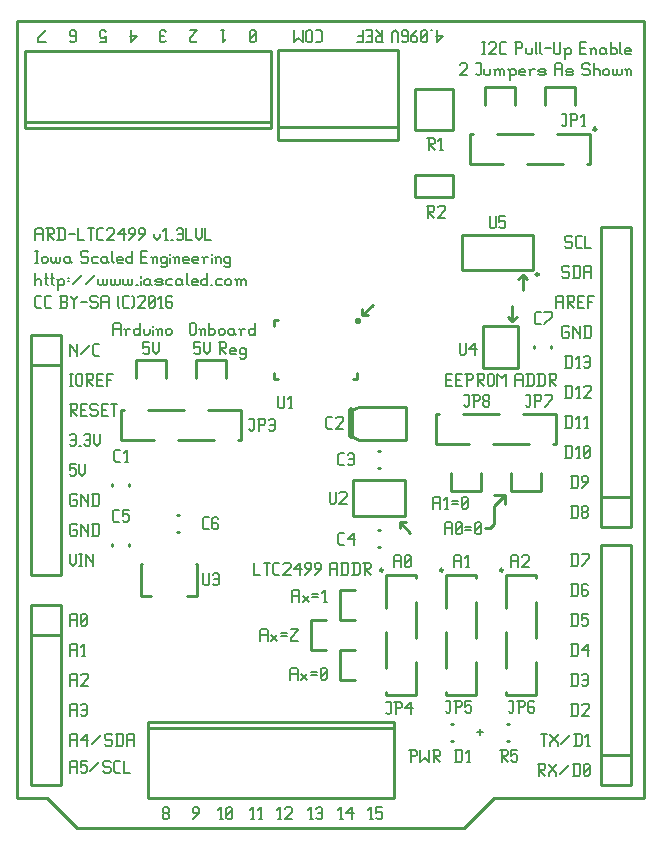
<source format=gbr>
G04 start of page 8 for group -4079 idx -4079 *
G04 Title: (unknown), topsilk *
G04 Creator: pcb 20140316 *
G04 CreationDate: Thu 22 Dec 2016 06:12:03 PM GMT UTC *
G04 For: ndholmes *
G04 Format: Gerber/RS-274X *
G04 PCB-Dimensions (mil): 2100.00 2700.00 *
G04 PCB-Coordinate-Origin: lower left *
%MOIN*%
%FSLAX25Y25*%
%LNTOPSILK*%
%ADD80C,0.0200*%
%ADD79C,0.0080*%
%ADD78C,0.0100*%
G54D78*X500Y269500D02*X209500D01*
X500Y10500D02*Y269500D01*
X40000Y150500D02*Y156500D01*
X50000D01*
Y150500D01*
X60000D02*Y156500D01*
X70000D01*
Y150500D01*
X209500Y269500D02*Y10500D01*
X131500Y99000D02*X128000Y102500D01*
X130000D01*
X128000D02*Y100500D01*
X145000Y113000D02*Y119000D01*
Y113000D02*X155000D01*
Y119000D02*Y113000D01*
X165000D02*Y119000D01*
X163000Y111500D02*X159500D01*
X175000Y119000D02*Y113000D01*
X165000D02*X175000D01*
X163000Y111500D02*Y108500D01*
X156500Y100500D02*X158000D01*
X159500Y102000D01*
Y108000D01*
X163000Y111500D01*
X156500Y241500D02*Y247500D01*
X166500D01*
Y241500D01*
X176500Y247500D02*X186500D01*
Y241500D01*
X176500D02*Y247500D01*
X119000Y175000D02*X115500Y171500D01*
Y173500D01*
Y171500D02*X117500D01*
X165500Y169500D02*Y174500D01*
Y169500D02*X164000Y171000D01*
X165500Y169500D02*X167000Y171000D01*
X169000Y185000D02*Y180000D01*
Y185000D02*X170500Y183500D01*
X169000Y185000D02*X167500Y183500D01*
X159500Y10500D02*X149500Y500D01*
X209500Y10500D02*X159500D01*
X149500Y500D02*X20500D01*
X500Y10500D02*X10500D01*
X20500Y500D02*X10500Y10500D01*
X113000Y80000D02*X108000D01*
Y70000D01*
X113000D01*
X108000Y60000D02*Y50000D01*
X113000D01*
Y60000D02*X108000D01*
X103500Y70000D02*X98500D01*
Y60000D01*
X103500D01*
G54D79*X18000Y22500D02*Y19000D01*
Y22500D02*X18500Y23000D01*
X20000D01*
X20500Y22500D01*
Y19000D01*
X18000Y21000D02*X20500D01*
X21700Y23000D02*X23700D01*
X21700D02*Y21000D01*
X22200Y21500D01*
X23200D01*
X23700Y21000D01*
Y19500D01*
X23200Y19000D02*X23700Y19500D01*
X22200Y19000D02*X23200D01*
X21700Y19500D02*X22200Y19000D01*
X24900Y19500D02*X27900Y22500D01*
X31100Y23000D02*X31600Y22500D01*
X29600Y23000D02*X31100D01*
X29100Y22500D02*X29600Y23000D01*
X29100Y22500D02*Y21500D01*
X29600Y21000D01*
X31100D01*
X31600Y20500D01*
Y19500D01*
X31100Y19000D02*X31600Y19500D01*
X29600Y19000D02*X31100D01*
X29100Y19500D02*X29600Y19000D01*
X33300D02*X34800D01*
X32800Y19500D02*X33300Y19000D01*
X32800Y22500D02*Y19500D01*
Y22500D02*X33300Y23000D01*
X34800D01*
X36000D02*Y19000D01*
X38000D01*
X18000Y31500D02*Y28000D01*
Y31500D02*X18500Y32000D01*
X20000D01*
X20500Y31500D01*
Y28000D01*
X18000Y30000D02*X20500D01*
X21700D02*X23700Y32000D01*
X21700Y30000D02*X24200D01*
X23700Y32000D02*Y28000D01*
X25400Y28500D02*X28400Y31500D01*
X31600Y32000D02*X32100Y31500D01*
X30100Y32000D02*X31600D01*
X29600Y31500D02*X30100Y32000D01*
X29600Y31500D02*Y30500D01*
X30100Y30000D01*
X31600D01*
X32100Y29500D01*
Y28500D01*
X31600Y28000D02*X32100Y28500D01*
X30100Y28000D02*X31600D01*
X29600Y28500D02*X30100Y28000D01*
X33800Y32000D02*Y28000D01*
X35300Y32000D02*X35800Y31500D01*
Y28500D01*
X35300Y28000D02*X35800Y28500D01*
X33300Y28000D02*X35300D01*
X33300Y32000D02*X35300D01*
X37000Y31500D02*Y28000D01*
Y31500D02*X37500Y32000D01*
X39000D01*
X39500Y31500D01*
Y28000D01*
X37000Y30000D02*X39500D01*
X18000Y41500D02*Y38000D01*
Y41500D02*X18500Y42000D01*
X20000D01*
X20500Y41500D01*
Y38000D01*
X18000Y40000D02*X20500D01*
X21700Y41500D02*X22200Y42000D01*
X23200D01*
X23700Y41500D01*
Y38500D01*
X23200Y38000D02*X23700Y38500D01*
X22200Y38000D02*X23200D01*
X21700Y38500D02*X22200Y38000D01*
Y40000D02*X23700D01*
X18000Y51500D02*Y48000D01*
Y51500D02*X18500Y52000D01*
X20000D01*
X20500Y51500D01*
Y48000D01*
X18000Y50000D02*X20500D01*
X21700Y51500D02*X22200Y52000D01*
X23700D01*
X24200Y51500D01*
Y50500D01*
X21700Y48000D02*X24200Y50500D01*
X21700Y48000D02*X24200D01*
X18000Y61500D02*Y58000D01*
Y61500D02*X18500Y62000D01*
X20000D01*
X20500Y61500D01*
Y58000D01*
X18000Y60000D02*X20500D01*
X22200Y58000D02*X23200D01*
X22700Y62000D02*Y58000D01*
X21700Y61000D02*X22700Y62000D01*
X18000Y71500D02*Y68000D01*
Y71500D02*X18500Y72000D01*
X20000D01*
X20500Y71500D01*
Y68000D01*
X18000Y70000D02*X20500D01*
X21700Y68500D02*X22200Y68000D01*
X21700Y71500D02*Y68500D01*
Y71500D02*X22200Y72000D01*
X23200D01*
X23700Y71500D01*
Y68500D01*
X23200Y68000D02*X23700Y68500D01*
X22200Y68000D02*X23200D01*
X21700Y69000D02*X23700Y71000D01*
X49000Y4000D02*X49500Y3500D01*
X49000Y5000D02*Y4000D01*
Y5000D02*X49500Y5500D01*
X50500D01*
X51000Y5000D01*
Y4000D01*
X50500Y3500D02*X51000Y4000D01*
X49500Y3500D02*X50500D01*
X49000Y6000D02*X49500Y5500D01*
X49000Y7000D02*Y6000D01*
Y7000D02*X49500Y7500D01*
X50500D01*
X51000Y7000D01*
Y6000D01*
X50500Y5500D02*X51000Y6000D01*
X59000Y3500D02*X61000Y5500D01*
Y7000D02*Y5500D01*
X60500Y7500D02*X61000Y7000D01*
X59500Y7500D02*X60500D01*
X59000Y7000D02*X59500Y7500D01*
X59000Y7000D02*Y6000D01*
X59500Y5500D01*
X61000D01*
X68000Y3500D02*X69000D01*
X68500Y7500D02*Y3500D01*
X67500Y6500D02*X68500Y7500D01*
X70200Y4000D02*X70700Y3500D01*
X70200Y7000D02*Y4000D01*
Y7000D02*X70700Y7500D01*
X71700D01*
X72200Y7000D01*
Y4000D01*
X71700Y3500D02*X72200Y4000D01*
X70700Y3500D02*X71700D01*
X70200Y4500D02*X72200Y6500D01*
X78500Y3500D02*X79500D01*
X79000Y7500D02*Y3500D01*
X78000Y6500D02*X79000Y7500D01*
X81200Y3500D02*X82200D01*
X81700Y7500D02*Y3500D01*
X80700Y6500D02*X81700Y7500D01*
X91500Y53500D02*Y50000D01*
Y53500D02*X92000Y54000D01*
X93500D01*
X94000Y53500D01*
Y50000D01*
X91500Y52000D02*X94000D01*
X95200D02*X97200Y50000D01*
X95200D02*X97200Y52000D01*
X98400Y52500D02*X100400D01*
X98400Y51500D02*X100400D01*
X101600Y50500D02*X102100Y50000D01*
X101600Y53500D02*Y50500D01*
Y53500D02*X102100Y54000D01*
X103100D01*
X103600Y53500D01*
Y50500D01*
X103100Y50000D02*X103600Y50500D01*
X102100Y50000D02*X103100D01*
X101600Y51000D02*X103600Y53000D01*
X92000Y79500D02*Y76000D01*
Y79500D02*X92500Y80000D01*
X94000D01*
X94500Y79500D01*
Y76000D01*
X92000Y78000D02*X94500D01*
X95700D02*X97700Y76000D01*
X95700D02*X97700Y78000D01*
X98900Y78500D02*X100900D01*
X98900Y77500D02*X100900D01*
X102600Y76000D02*X103600D01*
X103100Y80000D02*Y76000D01*
X102100Y79000D02*X103100Y80000D01*
X81500Y66500D02*Y63000D01*
Y66500D02*X82000Y67000D01*
X83500D01*
X84000Y66500D01*
Y63000D01*
X81500Y65000D02*X84000D01*
X85200D02*X87200Y63000D01*
X85200D02*X87200Y65000D01*
X88400Y65500D02*X90400D01*
X88400Y64500D02*X90400D01*
X91600Y67000D02*X94100D01*
Y66500D01*
X91600Y64000D02*X94100Y66500D01*
X91600Y64000D02*Y63000D01*
X94100D01*
X79500Y89000D02*Y85000D01*
X81500D01*
X82700Y89000D02*X84700D01*
X83700D02*Y85000D01*
X86400D02*X87900D01*
X85900Y85500D02*X86400Y85000D01*
X85900Y88500D02*Y85500D01*
Y88500D02*X86400Y89000D01*
X87900D01*
X89100Y88500D02*X89600Y89000D01*
X91100D01*
X91600Y88500D01*
Y87500D01*
X89100Y85000D02*X91600Y87500D01*
X89100Y85000D02*X91600D01*
X92800Y87000D02*X94800Y89000D01*
X92800Y87000D02*X95300D01*
X94800Y89000D02*Y85000D01*
X96500D02*X98500Y87000D01*
Y88500D02*Y87000D01*
X98000Y89000D02*X98500Y88500D01*
X97000Y89000D02*X98000D01*
X96500Y88500D02*X97000Y89000D01*
X96500Y88500D02*Y87500D01*
X97000Y87000D01*
X98500D01*
X99700Y85000D02*X101700Y87000D01*
Y88500D02*Y87000D01*
X101200Y89000D02*X101700Y88500D01*
X100200Y89000D02*X101200D01*
X99700Y88500D02*X100200Y89000D01*
X99700Y88500D02*Y87500D01*
X100200Y87000D01*
X101700D01*
X104700Y88500D02*Y85000D01*
Y88500D02*X105200Y89000D01*
X106700D01*
X107200Y88500D01*
Y85000D01*
X104700Y87000D02*X107200D01*
X108900Y89000D02*Y85000D01*
X110400Y89000D02*X110900Y88500D01*
Y85500D01*
X110400Y85000D02*X110900Y85500D01*
X108400Y85000D02*X110400D01*
X108400Y89000D02*X110400D01*
X112600D02*Y85000D01*
X114100Y89000D02*X114600Y88500D01*
Y85500D01*
X114100Y85000D02*X114600Y85500D01*
X112100Y85000D02*X114100D01*
X112100Y89000D02*X114100D01*
X115800D02*X117800D01*
X118300Y88500D01*
Y87500D01*
X117800Y87000D02*X118300Y87500D01*
X116300Y87000D02*X117800D01*
X116300Y89000D02*Y85000D01*
Y87000D02*X118300Y85000D01*
X126000Y91000D02*Y87500D01*
Y91000D02*X126500Y91500D01*
X128000D01*
X128500Y91000D01*
Y87500D01*
X126000Y89500D02*X128500D01*
X129700Y88000D02*X130200Y87500D01*
X129700Y91000D02*Y88000D01*
Y91000D02*X130200Y91500D01*
X131200D01*
X131700Y91000D01*
Y88000D01*
X131200Y87500D02*X131700Y88000D01*
X130200Y87500D02*X131200D01*
X129700Y88500D02*X131700Y90500D01*
X87500Y3500D02*X88500D01*
X88000Y7500D02*Y3500D01*
X87000Y6500D02*X88000Y7500D01*
X89700Y7000D02*X90200Y7500D01*
X91700D01*
X92200Y7000D01*
Y6000D01*
X89700Y3500D02*X92200Y6000D01*
X89700Y3500D02*X92200D01*
X98000D02*X99000D01*
X98500Y7500D02*Y3500D01*
X97500Y6500D02*X98500Y7500D01*
X100200Y7000D02*X100700Y7500D01*
X101700D01*
X102200Y7000D01*
Y4000D01*
X101700Y3500D02*X102200Y4000D01*
X100700Y3500D02*X101700D01*
X100200Y4000D02*X100700Y3500D01*
Y5500D02*X102200D01*
X108000Y3500D02*X109000D01*
X108500Y7500D02*Y3500D01*
X107500Y6500D02*X108500Y7500D01*
X110200Y5500D02*X112200Y7500D01*
X110200Y5500D02*X112700D01*
X112200Y7500D02*Y3500D01*
X118000D02*X119000D01*
X118500Y7500D02*Y3500D01*
X117500Y6500D02*X118500Y7500D01*
X120200D02*X122200D01*
X120200D02*Y5500D01*
X120700Y6000D01*
X121700D01*
X122200Y5500D01*
Y4000D01*
X121700Y3500D02*X122200Y4000D01*
X120700Y3500D02*X121700D01*
X120200Y4000D02*X120700Y3500D01*
X131595Y26500D02*Y22500D01*
X131095Y26500D02*X133095D01*
X133595Y26000D01*
Y25000D01*
X133095Y24500D02*X133595Y25000D01*
X131595Y24500D02*X133095D01*
X134795Y26500D02*Y22500D01*
X136295Y24000D01*
X137795Y22500D01*
Y26500D02*Y22500D01*
X138995Y26500D02*X140995D01*
X141495Y26000D01*
Y25000D01*
X140995Y24500D02*X141495Y25000D01*
X139495Y24500D02*X140995D01*
X139495Y26500D02*Y22500D01*
Y24500D02*X141495Y22500D01*
X185500Y52000D02*Y48000D01*
X187000Y52000D02*X187500Y51500D01*
Y48500D01*
X187000Y48000D02*X187500Y48500D01*
X185000Y48000D02*X187000D01*
X185000Y52000D02*X187000D01*
X188700Y51500D02*X189200Y52000D01*
X190200D01*
X190700Y51500D01*
Y48500D01*
X190200Y48000D02*X190700Y48500D01*
X189200Y48000D02*X190200D01*
X188700Y48500D02*X189200Y48000D01*
Y50000D02*X190700D01*
X185500Y62000D02*Y58000D01*
X187000Y62000D02*X187500Y61500D01*
Y58500D01*
X187000Y58000D02*X187500Y58500D01*
X185000Y58000D02*X187000D01*
X185000Y62000D02*X187000D01*
X188700Y60000D02*X190700Y62000D01*
X188700Y60000D02*X191200D01*
X190700Y62000D02*Y58000D01*
X185500Y42000D02*Y38000D01*
X187000Y42000D02*X187500Y41500D01*
Y38500D01*
X187000Y38000D02*X187500Y38500D01*
X185000Y38000D02*X187000D01*
X185000Y42000D02*X187000D01*
X188700Y41500D02*X189200Y42000D01*
X190700D01*
X191200Y41500D01*
Y40500D01*
X188700Y38000D02*X191200Y40500D01*
X188700Y38000D02*X191200D01*
X174000Y22000D02*X176000D01*
X176500Y21500D01*
Y20500D01*
X176000Y20000D02*X176500Y20500D01*
X174500Y20000D02*X176000D01*
X174500Y22000D02*Y18000D01*
Y20000D02*X176500Y18000D01*
X177700Y22000D02*Y21500D01*
X180200Y19000D01*
Y18000D01*
X177700Y19000D02*Y18000D01*
Y19000D02*X180200Y21500D01*
Y22000D02*Y21500D01*
X181400Y18500D02*X184400Y21500D01*
X186100Y22000D02*Y18000D01*
X187600Y22000D02*X188100Y21500D01*
Y18500D01*
X187600Y18000D02*X188100Y18500D01*
X185600Y18000D02*X187600D01*
X185600Y22000D02*X187600D01*
X189300Y18500D02*X189800Y18000D01*
X189300Y21500D02*Y18500D01*
Y21500D02*X189800Y22000D01*
X190800D01*
X191300Y21500D01*
Y18500D01*
X190800Y18000D02*X191300Y18500D01*
X189800Y18000D02*X190800D01*
X189300Y19000D02*X191300Y21000D01*
X175000Y32000D02*X177000D01*
X176000D02*Y28000D01*
X178200Y32000D02*Y31500D01*
X180700Y29000D01*
Y28000D01*
X178200Y29000D02*Y28000D01*
Y29000D02*X180700Y31500D01*
Y32000D02*Y31500D01*
X181900Y28500D02*X184900Y31500D01*
X186600Y32000D02*Y28000D01*
X188100Y32000D02*X188600Y31500D01*
Y28500D01*
X188100Y28000D02*X188600Y28500D01*
X186100Y28000D02*X188100D01*
X186100Y32000D02*X188100D01*
X190300Y28000D02*X191300D01*
X190800Y32000D02*Y28000D01*
X189800Y31000D02*X190800Y32000D01*
X153595Y32500D02*X155595D01*
X154595Y33500D02*Y31500D01*
X185500Y92000D02*Y88000D01*
X187000Y92000D02*X187500Y91500D01*
Y88500D01*
X187000Y88000D02*X187500Y88500D01*
X185000Y88000D02*X187000D01*
X185000Y92000D02*X187000D01*
X188700Y88000D02*X191200Y90500D01*
Y92000D02*Y90500D01*
X188700Y92000D02*X191200D01*
X146000Y91000D02*Y87500D01*
Y91000D02*X146500Y91500D01*
X148000D01*
X148500Y91000D01*
Y87500D01*
X146000Y89500D02*X148500D01*
X150200Y87500D02*X151200D01*
X150700Y91500D02*Y87500D01*
X149700Y90500D02*X150700Y91500D01*
X165000Y91000D02*Y87500D01*
Y91000D02*X165500Y91500D01*
X167000D01*
X167500Y91000D01*
Y87500D01*
X165000Y89500D02*X167500D01*
X168700Y91000D02*X169200Y91500D01*
X170700D01*
X171200Y91000D01*
Y90000D01*
X168700Y87500D02*X171200Y90000D01*
X168700Y87500D02*X171200D01*
X139000Y110500D02*Y107000D01*
Y110500D02*X139500Y111000D01*
X141000D01*
X141500Y110500D01*
Y107000D01*
X139000Y109000D02*X141500D01*
X143200Y107000D02*X144200D01*
X143700Y111000D02*Y107000D01*
X142700Y110000D02*X143700Y111000D01*
X145400Y109500D02*X147400D01*
X145400Y108500D02*X147400D01*
X148600Y107500D02*X149100Y107000D01*
X148600Y110500D02*Y107500D01*
Y110500D02*X149100Y111000D01*
X150100D01*
X150600Y110500D01*
Y107500D01*
X150100Y107000D02*X150600Y107500D01*
X149100Y107000D02*X150100D01*
X148600Y108000D02*X150600Y110000D01*
X143000Y102000D02*Y98500D01*
Y102000D02*X143500Y102500D01*
X145000D01*
X145500Y102000D01*
Y98500D01*
X143000Y100500D02*X145500D01*
X146700Y99000D02*X147200Y98500D01*
X146700Y102000D02*Y99000D01*
Y102000D02*X147200Y102500D01*
X148200D01*
X148700Y102000D01*
Y99000D01*
X148200Y98500D02*X148700Y99000D01*
X147200Y98500D02*X148200D01*
X146700Y99500D02*X148700Y101500D01*
X149900Y101000D02*X151900D01*
X149900Y100000D02*X151900D01*
X153100Y99000D02*X153600Y98500D01*
X153100Y102000D02*Y99000D01*
Y102000D02*X153600Y102500D01*
X154600D01*
X155100Y102000D01*
Y99000D01*
X154600Y98500D02*X155100Y99000D01*
X153600Y98500D02*X154600D01*
X153100Y99500D02*X155100Y101500D01*
X185500Y72000D02*Y68000D01*
X187000Y72000D02*X187500Y71500D01*
Y68500D01*
X187000Y68000D02*X187500Y68500D01*
X185000Y68000D02*X187000D01*
X185000Y72000D02*X187000D01*
X188700D02*X190700D01*
X188700D02*Y70000D01*
X189200Y70500D01*
X190200D01*
X190700Y70000D01*
Y68500D01*
X190200Y68000D02*X190700Y68500D01*
X189200Y68000D02*X190200D01*
X188700Y68500D02*X189200Y68000D01*
X185500Y82000D02*Y78000D01*
X187000Y82000D02*X187500Y81500D01*
Y78500D01*
X187000Y78000D02*X187500Y78500D01*
X185000Y78000D02*X187000D01*
X185000Y82000D02*X187000D01*
X190200D02*X190700Y81500D01*
X189200Y82000D02*X190200D01*
X188700Y81500D02*X189200Y82000D01*
X188700Y81500D02*Y78500D01*
X189200Y78000D01*
X190200Y80000D02*X190700Y79500D01*
X188700Y80000D02*X190200D01*
X189200Y78000D02*X190200D01*
X190700Y78500D01*
Y79500D02*Y78500D01*
X18000Y122000D02*X20000D01*
X18000D02*Y120000D01*
X18500Y120500D01*
X19500D01*
X20000Y120000D01*
Y118500D01*
X19500Y118000D02*X20000Y118500D01*
X18500Y118000D02*X19500D01*
X18000Y118500D02*X18500Y118000D01*
X21200Y122000D02*Y119000D01*
X22200Y118000D01*
X23200Y119000D01*
Y122000D02*Y119000D01*
X18000Y131500D02*X18500Y132000D01*
X19500D01*
X20000Y131500D01*
Y128500D01*
X19500Y128000D02*X20000Y128500D01*
X18500Y128000D02*X19500D01*
X18000Y128500D02*X18500Y128000D01*
Y130000D02*X20000D01*
X21200Y128000D02*X21700D01*
X22900Y131500D02*X23400Y132000D01*
X24400D01*
X24900Y131500D01*
Y128500D01*
X24400Y128000D02*X24900Y128500D01*
X23400Y128000D02*X24400D01*
X22900Y128500D02*X23400Y128000D01*
Y130000D02*X24900D01*
X26100Y132000D02*Y129000D01*
X27100Y128000D01*
X28100Y129000D01*
Y132000D02*Y129000D01*
X18000Y152000D02*X19000D01*
X18500D02*Y148000D01*
X18000D02*X19000D01*
X20200Y151500D02*Y148500D01*
Y151500D02*X20700Y152000D01*
X21700D01*
X22200Y151500D01*
Y148500D01*
X21700Y148000D02*X22200Y148500D01*
X20700Y148000D02*X21700D01*
X20200Y148500D02*X20700Y148000D01*
X23400Y152000D02*X25400D01*
X25900Y151500D01*
Y150500D01*
X25400Y150000D02*X25900Y150500D01*
X23900Y150000D02*X25400D01*
X23900Y152000D02*Y148000D01*
Y150000D02*X25900Y148000D01*
X27100Y150000D02*X28600D01*
X27100Y148000D02*X29100D01*
X27100Y152000D02*Y148000D01*
Y152000D02*X29100D01*
X30300D02*Y148000D01*
Y152000D02*X32300D01*
X30300Y150000D02*X31800D01*
X18000Y142000D02*X20000D01*
X20500Y141500D01*
Y140500D01*
X20000Y140000D02*X20500Y140500D01*
X18500Y140000D02*X20000D01*
X18500Y142000D02*Y138000D01*
Y140000D02*X20500Y138000D01*
X21700Y140000D02*X23200D01*
X21700Y138000D02*X23700D01*
X21700Y142000D02*Y138000D01*
Y142000D02*X23700D01*
X26900D02*X27400Y141500D01*
X25400Y142000D02*X26900D01*
X24900Y141500D02*X25400Y142000D01*
X24900Y141500D02*Y140500D01*
X25400Y140000D01*
X26900D01*
X27400Y139500D01*
Y138500D01*
X26900Y138000D02*X27400Y138500D01*
X25400Y138000D02*X26900D01*
X24900Y138500D02*X25400Y138000D01*
X28600Y140000D02*X30100D01*
X28600Y138000D02*X30600D01*
X28600Y142000D02*Y138000D01*
Y142000D02*X30600D01*
X31800D02*X33800D01*
X32800D02*Y138000D01*
X18000Y162000D02*Y158000D01*
Y162000D02*Y161500D01*
X20500Y159000D01*
Y162000D02*Y158000D01*
X21700Y158500D02*X24700Y161500D01*
X26400Y158000D02*X27900D01*
X25900Y158500D02*X26400Y158000D01*
X25900Y161500D02*Y158500D01*
Y161500D02*X26400Y162000D01*
X27900D01*
X18000Y92000D02*Y89000D01*
X19000Y88000D01*
X20000Y89000D01*
Y92000D02*Y89000D01*
X21200Y92000D02*X22200D01*
X21700D02*Y88000D01*
X21200D02*X22200D01*
X23400Y92000D02*Y88000D01*
Y92000D02*Y91500D01*
X25900Y89000D01*
Y92000D02*Y88000D01*
X20000Y102000D02*X20500Y101500D01*
X18500Y102000D02*X20000D01*
X18000Y101500D02*X18500Y102000D01*
X18000Y101500D02*Y98500D01*
X18500Y98000D01*
X20000D01*
X20500Y98500D01*
Y99500D02*Y98500D01*
X20000Y100000D02*X20500Y99500D01*
X19000Y100000D02*X20000D01*
X21700Y102000D02*Y98000D01*
Y102000D02*Y101500D01*
X24200Y99000D01*
Y102000D02*Y98000D01*
X25900Y102000D02*Y98000D01*
X27400Y102000D02*X27900Y101500D01*
Y98500D01*
X27400Y98000D02*X27900Y98500D01*
X25400Y98000D02*X27400D01*
X25400Y102000D02*X27400D01*
X20000Y112000D02*X20500Y111500D01*
X18500Y112000D02*X20000D01*
X18000Y111500D02*X18500Y112000D01*
X18000Y111500D02*Y108500D01*
X18500Y108000D01*
X20000D01*
X20500Y108500D01*
Y109500D02*Y108500D01*
X20000Y110000D02*X20500Y109500D01*
X19000Y110000D02*X20000D01*
X21700Y112000D02*Y108000D01*
Y112000D02*Y111500D01*
X24200Y109000D01*
Y112000D02*Y108000D01*
X25900Y112000D02*Y108000D01*
X27400Y112000D02*X27900Y111500D01*
Y108500D01*
X27400Y108000D02*X27900Y108500D01*
X25400Y108000D02*X27400D01*
X25400Y112000D02*X27400D01*
X142500Y264500D02*X140500Y262500D01*
X140000Y264500D02*X142500D01*
X140500Y266500D02*Y262500D01*
X138300Y266500D02*X138800D01*
X137100Y266000D02*X136600Y266500D01*
X137100Y266000D02*Y263000D01*
X136600Y262500D01*
X135600D02*X136600D01*
X135600D02*X135100Y263000D01*
Y266000D02*Y263000D01*
X135600Y266500D02*X135100Y266000D01*
X135600Y266500D02*X136600D01*
X137100Y265500D02*X135100Y263500D01*
X133900Y266500D02*X131900Y264500D01*
Y263000D01*
X132400Y262500D02*X131900Y263000D01*
X132400Y262500D02*X133400D01*
X133900Y263000D02*X133400Y262500D01*
X133900Y264000D02*Y263000D01*
Y264000D02*X133400Y264500D01*
X131900D02*X133400D01*
X129200Y262500D02*X128700Y263000D01*
X129200Y262500D02*X130200D01*
X130700Y263000D02*X130200Y262500D01*
X130700Y266000D02*Y263000D01*
Y266000D02*X130200Y266500D01*
X129200Y264500D02*X128700Y265000D01*
X129200Y264500D02*X130700D01*
X129200Y266500D02*X130200D01*
X129200D02*X128700Y266000D01*
Y265000D01*
X127500Y265500D02*Y262500D01*
Y265500D02*X126500Y266500D01*
X125500Y265500D01*
Y262500D01*
X120500D02*X122500D01*
X120500D02*X120000Y263000D01*
Y264000D02*Y263000D01*
X120500Y264500D02*X120000Y264000D01*
X120500Y264500D02*X122000D01*
Y266500D02*Y262500D01*
Y264500D02*X120000Y266500D01*
X117300Y264500D02*X118800D01*
X116800Y266500D02*X118800D01*
Y262500D01*
X116800D02*X118800D01*
X115600Y266500D02*Y262500D01*
X113600D02*X115600D01*
X114100Y264500D02*X115600D01*
X100000Y266500D02*X101500D01*
X102000Y266000D02*X101500Y266500D01*
X102000Y266000D02*Y263000D01*
X101500Y262500D01*
X100000D02*X101500D01*
X98800Y266000D02*Y263000D01*
X98300Y262500D01*
X97300D02*X98300D01*
X97300D02*X96800Y263000D01*
Y266000D02*Y263000D01*
X97300Y266500D02*X96800Y266000D01*
X97300Y266500D02*X98300D01*
X98800Y266000D02*X98300Y266500D01*
X95600D02*Y262500D01*
X94100Y264000D01*
X92600Y262500D01*
Y266500D02*Y262500D01*
X80000Y266000D02*X79500Y266500D01*
X80000Y266000D02*Y263000D01*
X79500Y262500D01*
X78500D02*X79500D01*
X78500D02*X78000Y263000D01*
Y266000D02*Y263000D01*
X78500Y266500D02*X78000Y266000D01*
X78500Y266500D02*X79500D01*
X80000Y265500D02*X78000Y263500D01*
X68500Y266500D02*X69500D01*
X69000D02*Y262500D01*
X70000Y263500D02*X69000Y262500D01*
X148000Y255000D02*X148500Y255500D01*
X150000D01*
X150500Y255000D01*
Y254000D01*
X148000Y251500D02*X150500Y254000D01*
X148000Y251500D02*X150500D01*
X153500Y255500D02*X155000D01*
Y252000D01*
X154500Y251500D02*X155000Y252000D01*
X154000Y251500D02*X154500D01*
X153500Y252000D02*X154000Y251500D01*
X156200Y253500D02*Y252000D01*
X156700Y251500D01*
X157700D01*
X158200Y252000D01*
Y253500D02*Y252000D01*
X159900Y253000D02*Y251500D01*
Y253000D02*X160400Y253500D01*
X160900D01*
X161400Y253000D01*
Y251500D01*
Y253000D02*X161900Y253500D01*
X162400D01*
X162900Y253000D01*
Y251500D01*
X159400Y253500D02*X159900Y253000D01*
X164600D02*Y250000D01*
X164100Y253500D02*X164600Y253000D01*
X165100Y253500D01*
X166100D01*
X166600Y253000D01*
Y252000D01*
X166100Y251500D02*X166600Y252000D01*
X165100Y251500D02*X166100D01*
X164600Y252000D02*X165100Y251500D01*
X168300D02*X169800D01*
X167800Y252000D02*X168300Y251500D01*
X167800Y253000D02*Y252000D01*
Y253000D02*X168300Y253500D01*
X169300D01*
X169800Y253000D01*
X167800Y252500D02*X169800D01*
Y253000D02*Y252500D01*
X171500Y253000D02*Y251500D01*
Y253000D02*X172000Y253500D01*
X173000D01*
X171000D02*X171500Y253000D01*
X174700Y251500D02*X176200D01*
X176700Y252000D01*
X176200Y252500D02*X176700Y252000D01*
X174700Y252500D02*X176200D01*
X174200Y253000D02*X174700Y252500D01*
X174200Y253000D02*X174700Y253500D01*
X176200D01*
X176700Y253000D01*
X174200Y252000D02*X174700Y251500D01*
X179700Y255000D02*Y251500D01*
Y255000D02*X180200Y255500D01*
X181700D01*
X182200Y255000D01*
Y251500D01*
X179700Y253500D02*X182200D01*
X183900Y251500D02*X185400D01*
X185900Y252000D01*
X185400Y252500D02*X185900Y252000D01*
X183900Y252500D02*X185400D01*
X183400Y253000D02*X183900Y252500D01*
X183400Y253000D02*X183900Y253500D01*
X185400D01*
X185900Y253000D01*
X183400Y252000D02*X183900Y251500D01*
X190900Y255500D02*X191400Y255000D01*
X189400Y255500D02*X190900D01*
X188900Y255000D02*X189400Y255500D01*
X188900Y255000D02*Y254000D01*
X189400Y253500D01*
X190900D01*
X191400Y253000D01*
Y252000D01*
X190900Y251500D02*X191400Y252000D01*
X189400Y251500D02*X190900D01*
X188900Y252000D02*X189400Y251500D01*
X192600Y255500D02*Y251500D01*
Y253000D02*X193100Y253500D01*
X194100D01*
X194600Y253000D01*
Y251500D01*
X195800Y253000D02*Y252000D01*
Y253000D02*X196300Y253500D01*
X197300D01*
X197800Y253000D01*
Y252000D01*
X197300Y251500D02*X197800Y252000D01*
X196300Y251500D02*X197300D01*
X195800Y252000D02*X196300Y251500D01*
X199000Y253500D02*Y252000D01*
X199500Y251500D01*
X200000D01*
X200500Y252000D01*
Y253500D02*Y252000D01*
X201000Y251500D01*
X201500D01*
X202000Y252000D01*
Y253500D02*Y252000D01*
X203700Y253000D02*Y251500D01*
Y253000D02*X204200Y253500D01*
X204700D01*
X205200Y253000D01*
Y251500D01*
X203200Y253500D02*X203700Y253000D01*
X155500Y262500D02*X156500D01*
X156000D02*Y258500D01*
X155500D02*X156500D01*
X157700Y262000D02*X158200Y262500D01*
X159700D01*
X160200Y262000D01*
Y261000D01*
X157700Y258500D02*X160200Y261000D01*
X157700Y258500D02*X160200D01*
X161900D02*X163400D01*
X161400Y259000D02*X161900Y258500D01*
X161400Y262000D02*Y259000D01*
Y262000D02*X161900Y262500D01*
X163400D01*
X166900D02*Y258500D01*
X166400Y262500D02*X168400D01*
X168900Y262000D01*
Y261000D01*
X168400Y260500D02*X168900Y261000D01*
X166900Y260500D02*X168400D01*
X170100D02*Y259000D01*
X170600Y258500D01*
X171600D01*
X172100Y259000D01*
Y260500D02*Y259000D01*
X173300Y262500D02*Y259000D01*
X173800Y258500D01*
X174800Y262500D02*Y259000D01*
X175300Y258500D01*
X176300Y260500D02*X178300D01*
X179500Y262500D02*Y259000D01*
X180000Y258500D01*
X181000D01*
X181500Y259000D01*
Y262500D02*Y259000D01*
X183200Y260000D02*Y257000D01*
X182700Y260500D02*X183200Y260000D01*
X183700Y260500D01*
X184700D01*
X185200Y260000D01*
Y259000D01*
X184700Y258500D02*X185200Y259000D01*
X183700Y258500D02*X184700D01*
X183200Y259000D02*X183700Y258500D01*
X188200Y260500D02*X189700D01*
X188200Y258500D02*X190200D01*
X188200Y262500D02*Y258500D01*
Y262500D02*X190200D01*
X191900Y260000D02*Y258500D01*
Y260000D02*X192400Y260500D01*
X192900D01*
X193400Y260000D01*
Y258500D01*
X191400Y260500D02*X191900Y260000D01*
X196100Y260500D02*X196600Y260000D01*
X195100Y260500D02*X196100D01*
X194600Y260000D02*X195100Y260500D01*
X194600Y260000D02*Y259000D01*
X195100Y258500D01*
X196600Y260500D02*Y259000D01*
X197100Y258500D01*
X195100D02*X196100D01*
X196600Y259000D01*
X198300Y262500D02*Y258500D01*
Y259000D02*X198800Y258500D01*
X199800D01*
X200300Y259000D01*
Y260000D02*Y259000D01*
X199800Y260500D02*X200300Y260000D01*
X198800Y260500D02*X199800D01*
X198300Y260000D02*X198800Y260500D01*
X201500Y262500D02*Y259000D01*
X202000Y258500D01*
X203500D02*X205000D01*
X203000Y259000D02*X203500Y258500D01*
X203000Y260000D02*Y259000D01*
Y260000D02*X203500Y260500D01*
X204500D01*
X205000Y260000D01*
X203000Y259500D02*X205000D01*
Y260000D02*Y259500D01*
X60500Y263000D02*X60000Y262500D01*
X58500D02*X60000D01*
X58500D02*X58000Y263000D01*
Y264000D02*Y263000D01*
X60500Y266500D02*X58000Y264000D01*
Y266500D02*X60500D01*
X50000Y263000D02*X49500Y262500D01*
X48500D02*X49500D01*
X48500D02*X48000Y263000D01*
Y266000D02*Y263000D01*
X48500Y266500D02*X48000Y266000D01*
X48500Y266500D02*X49500D01*
X50000Y266000D02*X49500Y266500D01*
X48000Y264500D02*X49500D01*
X40500D02*X38500Y262500D01*
X38000Y264500D02*X40500D01*
X38500Y266500D02*Y262500D01*
X28000D02*X30000D01*
Y264500D02*Y262500D01*
Y264500D02*X29500Y264000D01*
X28500D02*X29500D01*
X28500D02*X28000Y264500D01*
Y266000D02*Y264500D01*
X28500Y266500D02*X28000Y266000D01*
X28500Y266500D02*X29500D01*
X30000Y266000D02*X29500Y266500D01*
X18500Y262500D02*X18000Y263000D01*
X18500Y262500D02*X19500D01*
X20000Y263000D02*X19500Y262500D01*
X20000Y266000D02*Y263000D01*
Y266000D02*X19500Y266500D01*
X18500Y264500D02*X18000Y265000D01*
X18500Y264500D02*X20000D01*
X18500Y266500D02*X19500D01*
X18500D02*X18000Y266000D01*
Y265000D01*
X10000Y266500D02*X7500Y264000D01*
Y262500D01*
X10000D01*
X6500Y200000D02*Y196500D01*
Y200000D02*X7000Y200500D01*
X8500D01*
X9000Y200000D01*
Y196500D01*
X6500Y198500D02*X9000D01*
X10200Y200500D02*X12200D01*
X12700Y200000D01*
Y199000D01*
X12200Y198500D02*X12700Y199000D01*
X10700Y198500D02*X12200D01*
X10700Y200500D02*Y196500D01*
Y198500D02*X12700Y196500D01*
X14400Y200500D02*Y196500D01*
X15900Y200500D02*X16400Y200000D01*
Y197000D01*
X15900Y196500D02*X16400Y197000D01*
X13900Y196500D02*X15900D01*
X13900Y200500D02*X15900D01*
X17600Y198500D02*X19600D01*
X20800Y200500D02*Y196500D01*
X22800D01*
X24000Y200500D02*X26000D01*
X25000D02*Y196500D01*
X27700D02*X29200D01*
X27200Y197000D02*X27700Y196500D01*
X27200Y200000D02*Y197000D01*
Y200000D02*X27700Y200500D01*
X29200D01*
X30400Y200000D02*X30900Y200500D01*
X32400D01*
X32900Y200000D01*
Y199000D01*
X30400Y196500D02*X32900Y199000D01*
X30400Y196500D02*X32900D01*
X34100Y198500D02*X36100Y200500D01*
X34100Y198500D02*X36600D01*
X36100Y200500D02*Y196500D01*
X37800D02*X39800Y198500D01*
Y200000D02*Y198500D01*
X39300Y200500D02*X39800Y200000D01*
X38300Y200500D02*X39300D01*
X37800Y200000D02*X38300Y200500D01*
X37800Y200000D02*Y199000D01*
X38300Y198500D01*
X39800D01*
X41000Y196500D02*X43000Y198500D01*
Y200000D02*Y198500D01*
X42500Y200500D02*X43000Y200000D01*
X41500Y200500D02*X42500D01*
X41000Y200000D02*X41500Y200500D01*
X41000Y200000D02*Y199000D01*
X41500Y198500D01*
X43000D01*
X46000D02*Y197500D01*
X47000Y196500D01*
X48000Y197500D01*
Y198500D02*Y197500D01*
X49700Y196500D02*X50700D01*
X50200Y200500D02*Y196500D01*
X49200Y199500D02*X50200Y200500D01*
X51900Y196500D02*X52400D01*
X53600Y200000D02*X54100Y200500D01*
X55100D01*
X55600Y200000D01*
Y197000D01*
X55100Y196500D02*X55600Y197000D01*
X54100Y196500D02*X55100D01*
X53600Y197000D02*X54100Y196500D01*
Y198500D02*X55600D01*
X56800Y200500D02*Y196500D01*
X58800D01*
X60000Y200500D02*Y197500D01*
X61000Y196500D01*
X62000Y197500D01*
Y200500D02*Y197500D01*
X63200Y200500D02*Y196500D01*
X65200D01*
X6500Y193000D02*X7500D01*
X7000D02*Y189000D01*
X6500D02*X7500D01*
X8700Y190500D02*Y189500D01*
Y190500D02*X9200Y191000D01*
X10200D01*
X10700Y190500D01*
Y189500D01*
X10200Y189000D02*X10700Y189500D01*
X9200Y189000D02*X10200D01*
X8700Y189500D02*X9200Y189000D01*
X11900Y191000D02*Y189500D01*
X12400Y189000D01*
X12900D01*
X13400Y189500D01*
Y191000D02*Y189500D01*
X13900Y189000D01*
X14400D01*
X14900Y189500D01*
Y191000D02*Y189500D01*
X17600Y191000D02*X18100Y190500D01*
X16600Y191000D02*X17600D01*
X16100Y190500D02*X16600Y191000D01*
X16100Y190500D02*Y189500D01*
X16600Y189000D01*
X18100Y191000D02*Y189500D01*
X18600Y189000D01*
X16600D02*X17600D01*
X18100Y189500D01*
X23600Y193000D02*X24100Y192500D01*
X22100Y193000D02*X23600D01*
X21600Y192500D02*X22100Y193000D01*
X21600Y192500D02*Y191500D01*
X22100Y191000D01*
X23600D01*
X24100Y190500D01*
Y189500D01*
X23600Y189000D02*X24100Y189500D01*
X22100Y189000D02*X23600D01*
X21600Y189500D02*X22100Y189000D01*
X25800Y191000D02*X27300D01*
X25300Y190500D02*X25800Y191000D01*
X25300Y190500D02*Y189500D01*
X25800Y189000D01*
X27300D01*
X30000Y191000D02*X30500Y190500D01*
X29000Y191000D02*X30000D01*
X28500Y190500D02*X29000Y191000D01*
X28500Y190500D02*Y189500D01*
X29000Y189000D01*
X30500Y191000D02*Y189500D01*
X31000Y189000D01*
X29000D02*X30000D01*
X30500Y189500D01*
X32200Y193000D02*Y189500D01*
X32700Y189000D01*
X34200D02*X35700D01*
X33700Y189500D02*X34200Y189000D01*
X33700Y190500D02*Y189500D01*
Y190500D02*X34200Y191000D01*
X35200D01*
X35700Y190500D01*
X33700Y190000D02*X35700D01*
Y190500D02*Y190000D01*
X38900Y193000D02*Y189000D01*
X38400D02*X38900Y189500D01*
X37400Y189000D02*X38400D01*
X36900Y189500D02*X37400Y189000D01*
X36900Y190500D02*Y189500D01*
Y190500D02*X37400Y191000D01*
X38400D01*
X38900Y190500D01*
X41900Y191000D02*X43400D01*
X41900Y189000D02*X43900D01*
X41900Y193000D02*Y189000D01*
Y193000D02*X43900D01*
X45600Y190500D02*Y189000D01*
Y190500D02*X46100Y191000D01*
X46600D01*
X47100Y190500D01*
Y189000D01*
X45100Y191000D02*X45600Y190500D01*
X49800Y191000D02*X50300Y190500D01*
X48800Y191000D02*X49800D01*
X48300Y190500D02*X48800Y191000D01*
X48300Y190500D02*Y189500D01*
X48800Y189000D01*
X49800D01*
X50300Y189500D01*
X48300Y188000D02*X48800Y187500D01*
X49800D01*
X50300Y188000D01*
Y191000D02*Y188000D01*
X51500Y192000D02*Y191500D01*
Y190500D02*Y189000D01*
X53000Y190500D02*Y189000D01*
Y190500D02*X53500Y191000D01*
X54000D01*
X54500Y190500D01*
Y189000D01*
X52500Y191000D02*X53000Y190500D01*
X56200Y189000D02*X57700D01*
X55700Y189500D02*X56200Y189000D01*
X55700Y190500D02*Y189500D01*
Y190500D02*X56200Y191000D01*
X57200D01*
X57700Y190500D01*
X55700Y190000D02*X57700D01*
Y190500D02*Y190000D01*
X59400Y189000D02*X60900D01*
X58900Y189500D02*X59400Y189000D01*
X58900Y190500D02*Y189500D01*
Y190500D02*X59400Y191000D01*
X60400D01*
X60900Y190500D01*
X58900Y190000D02*X60900D01*
Y190500D02*Y190000D01*
X62600Y190500D02*Y189000D01*
Y190500D02*X63100Y191000D01*
X64100D01*
X62100D02*X62600Y190500D01*
X65300Y192000D02*Y191500D01*
Y190500D02*Y189000D01*
X66800Y190500D02*Y189000D01*
Y190500D02*X67300Y191000D01*
X67800D01*
X68300Y190500D01*
Y189000D01*
X66300Y191000D02*X66800Y190500D01*
X71000Y191000D02*X71500Y190500D01*
X70000Y191000D02*X71000D01*
X69500Y190500D02*X70000Y191000D01*
X69500Y190500D02*Y189500D01*
X70000Y189000D01*
X71000D01*
X71500Y189500D01*
X69500Y188000D02*X70000Y187500D01*
X71000D01*
X71500Y188000D01*
Y191000D02*Y188000D01*
X6500Y185500D02*Y181500D01*
Y183000D02*X7000Y183500D01*
X8000D01*
X8500Y183000D01*
Y181500D01*
X10200Y185500D02*Y182000D01*
X10700Y181500D01*
X9700Y184000D02*X10700D01*
X12200Y185500D02*Y182000D01*
X12700Y181500D01*
X11700Y184000D02*X12700D01*
X14200Y183000D02*Y180000D01*
X13700Y183500D02*X14200Y183000D01*
X14700Y183500D01*
X15700D01*
X16200Y183000D01*
Y182000D01*
X15700Y181500D02*X16200Y182000D01*
X14700Y181500D02*X15700D01*
X14200Y182000D02*X14700Y181500D01*
X17400Y184000D02*X17900D01*
X17400Y183000D02*X17900D01*
X19100Y182000D02*X22100Y185000D01*
X23300Y182000D02*X26300Y185000D01*
X27500Y183500D02*Y182000D01*
X28000Y181500D01*
X28500D01*
X29000Y182000D01*
Y183500D02*Y182000D01*
X29500Y181500D01*
X30000D01*
X30500Y182000D01*
Y183500D02*Y182000D01*
X31700Y183500D02*Y182000D01*
X32200Y181500D01*
X32700D01*
X33200Y182000D01*
Y183500D02*Y182000D01*
X33700Y181500D01*
X34200D01*
X34700Y182000D01*
Y183500D02*Y182000D01*
X35900Y183500D02*Y182000D01*
X36400Y181500D01*
X36900D01*
X37400Y182000D01*
Y183500D02*Y182000D01*
X37900Y181500D01*
X38400D01*
X38900Y182000D01*
Y183500D02*Y182000D01*
X40100Y181500D02*X40600D01*
X41800Y184500D02*Y184000D01*
Y183000D02*Y181500D01*
X44300Y183500D02*X44800Y183000D01*
X43300Y183500D02*X44300D01*
X42800Y183000D02*X43300Y183500D01*
X42800Y183000D02*Y182000D01*
X43300Y181500D01*
X44800Y183500D02*Y182000D01*
X45300Y181500D01*
X43300D02*X44300D01*
X44800Y182000D01*
X47000Y181500D02*X48500D01*
X49000Y182000D01*
X48500Y182500D02*X49000Y182000D01*
X47000Y182500D02*X48500D01*
X46500Y183000D02*X47000Y182500D01*
X46500Y183000D02*X47000Y183500D01*
X48500D01*
X49000Y183000D01*
X46500Y182000D02*X47000Y181500D01*
X50700Y183500D02*X52200D01*
X50200Y183000D02*X50700Y183500D01*
X50200Y183000D02*Y182000D01*
X50700Y181500D01*
X52200D01*
X54900Y183500D02*X55400Y183000D01*
X53900Y183500D02*X54900D01*
X53400Y183000D02*X53900Y183500D01*
X53400Y183000D02*Y182000D01*
X53900Y181500D01*
X55400Y183500D02*Y182000D01*
X55900Y181500D01*
X53900D02*X54900D01*
X55400Y182000D01*
X57100Y185500D02*Y182000D01*
X57600Y181500D01*
X59100D02*X60600D01*
X58600Y182000D02*X59100Y181500D01*
X58600Y183000D02*Y182000D01*
Y183000D02*X59100Y183500D01*
X60100D01*
X60600Y183000D01*
X58600Y182500D02*X60600D01*
Y183000D02*Y182500D01*
X63800Y185500D02*Y181500D01*
X63300D02*X63800Y182000D01*
X62300Y181500D02*X63300D01*
X61800Y182000D02*X62300Y181500D01*
X61800Y183000D02*Y182000D01*
Y183000D02*X62300Y183500D01*
X63300D01*
X63800Y183000D01*
X65000Y181500D02*X65500D01*
X67200Y183500D02*X68700D01*
X66700Y183000D02*X67200Y183500D01*
X66700Y183000D02*Y182000D01*
X67200Y181500D01*
X68700D01*
X69900Y183000D02*Y182000D01*
Y183000D02*X70400Y183500D01*
X71400D01*
X71900Y183000D01*
Y182000D01*
X71400Y181500D02*X71900Y182000D01*
X70400Y181500D02*X71400D01*
X69900Y182000D02*X70400Y181500D01*
X73600Y183000D02*Y181500D01*
Y183000D02*X74100Y183500D01*
X74600D01*
X75100Y183000D01*
Y181500D01*
Y183000D02*X75600Y183500D01*
X76100D01*
X76600Y183000D01*
Y181500D01*
X73100Y183500D02*X73600Y183000D01*
X7000Y174000D02*X8500D01*
X6500Y174500D02*X7000Y174000D01*
X6500Y177500D02*Y174500D01*
Y177500D02*X7000Y178000D01*
X8500D01*
X10200Y174000D02*X11700D01*
X9700Y174500D02*X10200Y174000D01*
X9700Y177500D02*Y174500D01*
Y177500D02*X10200Y178000D01*
X11700D01*
X14700Y174000D02*X16700D01*
X17200Y174500D01*
Y175500D02*Y174500D01*
X16700Y176000D02*X17200Y175500D01*
X15200Y176000D02*X16700D01*
X15200Y178000D02*Y174000D01*
X14700Y178000D02*X16700D01*
X17200Y177500D01*
Y176500D01*
X16700Y176000D02*X17200Y176500D01*
X18400Y178000D02*Y177500D01*
X19400Y176500D01*
X20400Y177500D01*
Y178000D02*Y177500D01*
X19400Y176500D02*Y174000D01*
X21600Y176000D02*X23600D01*
X26800Y178000D02*X27300Y177500D01*
X25300Y178000D02*X26800D01*
X24800Y177500D02*X25300Y178000D01*
X24800Y177500D02*Y176500D01*
X25300Y176000D01*
X26800D01*
X27300Y175500D01*
Y174500D01*
X26800Y174000D02*X27300Y174500D01*
X25300Y174000D02*X26800D01*
X24800Y174500D02*X25300Y174000D01*
X28500Y177500D02*Y174000D01*
Y177500D02*X29000Y178000D01*
X30500D01*
X31000Y177500D01*
Y174000D01*
X28500Y176000D02*X31000D01*
X34000Y174500D02*X34500Y174000D01*
X34000Y177500D02*X34500Y178000D01*
X34000Y177500D02*Y174500D01*
X36200Y174000D02*X37700D01*
X35700Y174500D02*X36200Y174000D01*
X35700Y177500D02*Y174500D01*
Y177500D02*X36200Y178000D01*
X37700D01*
X38900D02*X39400Y177500D01*
Y174500D01*
X38900Y174000D02*X39400Y174500D01*
X40600Y177500D02*X41100Y178000D01*
X42600D01*
X43100Y177500D01*
Y176500D01*
X40600Y174000D02*X43100Y176500D01*
X40600Y174000D02*X43100D01*
X44300Y174500D02*X44800Y174000D01*
X44300Y177500D02*Y174500D01*
Y177500D02*X44800Y178000D01*
X45800D01*
X46300Y177500D01*
Y174500D01*
X45800Y174000D02*X46300Y174500D01*
X44800Y174000D02*X45800D01*
X44300Y175000D02*X46300Y177000D01*
X48000Y174000D02*X49000D01*
X48500Y178000D02*Y174000D01*
X47500Y177000D02*X48500Y178000D01*
X51700D02*X52200Y177500D01*
X50700Y178000D02*X51700D01*
X50200Y177500D02*X50700Y178000D01*
X50200Y177500D02*Y174500D01*
X50700Y174000D01*
X51700Y176000D02*X52200Y175500D01*
X50200Y176000D02*X51700D01*
X50700Y174000D02*X51700D01*
X52200Y174500D01*
Y175500D02*Y174500D01*
X32500Y168500D02*Y165000D01*
Y168500D02*X33000Y169000D01*
X34500D01*
X35000Y168500D01*
Y165000D01*
X32500Y167000D02*X35000D01*
X36700Y166500D02*Y165000D01*
Y166500D02*X37200Y167000D01*
X38200D01*
X36200D02*X36700Y166500D01*
X41400Y169000D02*Y165000D01*
X40900D02*X41400Y165500D01*
X39900Y165000D02*X40900D01*
X39400Y165500D02*X39900Y165000D01*
X39400Y166500D02*Y165500D01*
Y166500D02*X39900Y167000D01*
X40900D01*
X41400Y166500D01*
X42600Y167000D02*Y165500D01*
X43100Y165000D01*
X44100D01*
X44600Y165500D01*
Y167000D02*Y165500D01*
X45800Y168000D02*Y167500D01*
Y166500D02*Y165000D01*
X47300Y166500D02*Y165000D01*
Y166500D02*X47800Y167000D01*
X48300D01*
X48800Y166500D01*
Y165000D01*
X46800Y167000D02*X47300Y166500D01*
X50000D02*Y165500D01*
Y166500D02*X50500Y167000D01*
X51500D01*
X52000Y166500D01*
Y165500D01*
X51500Y165000D02*X52000Y165500D01*
X50500Y165000D02*X51500D01*
X50000Y165500D02*X50500Y165000D01*
X59500Y162500D02*X61500D01*
X59500D02*Y160500D01*
X60000Y161000D01*
X61000D01*
X61500Y160500D01*
Y159000D01*
X61000Y158500D02*X61500Y159000D01*
X60000Y158500D02*X61000D01*
X59500Y159000D02*X60000Y158500D01*
X62700Y162500D02*Y159500D01*
X63700Y158500D01*
X64700Y159500D01*
Y162500D02*Y159500D01*
X67700Y162500D02*X69700D01*
X70200Y162000D01*
Y161000D01*
X69700Y160500D02*X70200Y161000D01*
X68200Y160500D02*X69700D01*
X68200Y162500D02*Y158500D01*
Y160500D02*X70200Y158500D01*
X71900D02*X73400D01*
X71400Y159000D02*X71900Y158500D01*
X71400Y160000D02*Y159000D01*
Y160000D02*X71900Y160500D01*
X72900D01*
X73400Y160000D01*
X71400Y159500D02*X73400D01*
Y160000D02*Y159500D01*
X76100Y160500D02*X76600Y160000D01*
X75100Y160500D02*X76100D01*
X74600Y160000D02*X75100Y160500D01*
X74600Y160000D02*Y159000D01*
X75100Y158500D01*
X76100D01*
X76600Y159000D01*
X74600Y157500D02*X75100Y157000D01*
X76100D01*
X76600Y157500D01*
Y160500D02*Y157500D01*
X58000Y168500D02*Y165500D01*
Y168500D02*X58500Y169000D01*
X59500D01*
X60000Y168500D01*
Y165500D01*
X59500Y165000D02*X60000Y165500D01*
X58500Y165000D02*X59500D01*
X58000Y165500D02*X58500Y165000D01*
X61700Y166500D02*Y165000D01*
Y166500D02*X62200Y167000D01*
X62700D01*
X63200Y166500D01*
Y165000D01*
X61200Y167000D02*X61700Y166500D01*
X64400Y169000D02*Y165000D01*
Y165500D02*X64900Y165000D01*
X65900D01*
X66400Y165500D01*
Y166500D02*Y165500D01*
X65900Y167000D02*X66400Y166500D01*
X64900Y167000D02*X65900D01*
X64400Y166500D02*X64900Y167000D01*
X67600Y166500D02*Y165500D01*
Y166500D02*X68100Y167000D01*
X69100D01*
X69600Y166500D01*
Y165500D01*
X69100Y165000D02*X69600Y165500D01*
X68100Y165000D02*X69100D01*
X67600Y165500D02*X68100Y165000D01*
X72300Y167000D02*X72800Y166500D01*
X71300Y167000D02*X72300D01*
X70800Y166500D02*X71300Y167000D01*
X70800Y166500D02*Y165500D01*
X71300Y165000D01*
X72800Y167000D02*Y165500D01*
X73300Y165000D01*
X71300D02*X72300D01*
X72800Y165500D01*
X75000Y166500D02*Y165000D01*
Y166500D02*X75500Y167000D01*
X76500D01*
X74500D02*X75000Y166500D01*
X79700Y169000D02*Y165000D01*
X79200D02*X79700Y165500D01*
X78200Y165000D02*X79200D01*
X77700Y165500D02*X78200Y165000D01*
X77700Y166500D02*Y165500D01*
Y166500D02*X78200Y167000D01*
X79200D01*
X79700Y166500D01*
X42500Y162500D02*X44500D01*
X42500D02*Y160500D01*
X43000Y161000D01*
X44000D01*
X44500Y160500D01*
Y159000D01*
X44000Y158500D02*X44500Y159000D01*
X43000Y158500D02*X44000D01*
X42500Y159000D02*X43000Y158500D01*
X45700Y162500D02*Y159500D01*
X46700Y158500D01*
X47700Y159500D01*
Y162500D02*Y159500D01*
X185500Y108000D02*Y104000D01*
X187000Y108000D02*X187500Y107500D01*
Y104500D01*
X187000Y104000D02*X187500Y104500D01*
X185000Y104000D02*X187000D01*
X185000Y108000D02*X187000D01*
X188700Y104500D02*X189200Y104000D01*
X188700Y105500D02*Y104500D01*
Y105500D02*X189200Y106000D01*
X190200D01*
X190700Y105500D01*
Y104500D01*
X190200Y104000D02*X190700Y104500D01*
X189200Y104000D02*X190200D01*
X188700Y106500D02*X189200Y106000D01*
X188700Y107500D02*Y106500D01*
Y107500D02*X189200Y108000D01*
X190200D01*
X190700Y107500D01*
Y106500D01*
X190200Y106000D02*X190700Y106500D01*
X183500Y148000D02*Y144000D01*
X185000Y148000D02*X185500Y147500D01*
Y144500D01*
X185000Y144000D02*X185500Y144500D01*
X183000Y144000D02*X185000D01*
X183000Y148000D02*X185000D01*
X187200Y144000D02*X188200D01*
X187700Y148000D02*Y144000D01*
X186700Y147000D02*X187700Y148000D01*
X189400Y147500D02*X189900Y148000D01*
X191400D01*
X191900Y147500D01*
Y146500D01*
X189400Y144000D02*X191900Y146500D01*
X189400Y144000D02*X191900D01*
X183500Y138000D02*Y134000D01*
X185000Y138000D02*X185500Y137500D01*
Y134500D01*
X185000Y134000D02*X185500Y134500D01*
X183000Y134000D02*X185000D01*
X183000Y138000D02*X185000D01*
X187200Y134000D02*X188200D01*
X187700Y138000D02*Y134000D01*
X186700Y137000D02*X187700Y138000D01*
X189900Y134000D02*X190900D01*
X190400Y138000D02*Y134000D01*
X189400Y137000D02*X190400Y138000D01*
X183500Y128000D02*Y124000D01*
X185000Y128000D02*X185500Y127500D01*
Y124500D01*
X185000Y124000D02*X185500Y124500D01*
X183000Y124000D02*X185000D01*
X183000Y128000D02*X185000D01*
X187200Y124000D02*X188200D01*
X187700Y128000D02*Y124000D01*
X186700Y127000D02*X187700Y128000D01*
X189400Y124500D02*X189900Y124000D01*
X189400Y127500D02*Y124500D01*
Y127500D02*X189900Y128000D01*
X190900D01*
X191400Y127500D01*
Y124500D01*
X190900Y124000D02*X191400Y124500D01*
X189900Y124000D02*X190900D01*
X189400Y125000D02*X191400Y127000D01*
X185500Y118000D02*Y114000D01*
X187000Y118000D02*X187500Y117500D01*
Y114500D01*
X187000Y114000D02*X187500Y114500D01*
X185000Y114000D02*X187000D01*
X185000Y118000D02*X187000D01*
X188700Y114000D02*X190700Y116000D01*
Y117500D02*Y116000D01*
X190200Y118000D02*X190700Y117500D01*
X189200Y118000D02*X190200D01*
X188700Y117500D02*X189200Y118000D01*
X188700Y117500D02*Y116500D01*
X189200Y116000D01*
X190700D01*
X180000Y177500D02*Y174000D01*
Y177500D02*X180500Y178000D01*
X182000D01*
X182500Y177500D01*
Y174000D01*
X180000Y176000D02*X182500D01*
X183700Y178000D02*X185700D01*
X186200Y177500D01*
Y176500D01*
X185700Y176000D02*X186200Y176500D01*
X184200Y176000D02*X185700D01*
X184200Y178000D02*Y174000D01*
Y176000D02*X186200Y174000D01*
X187400Y176000D02*X188900D01*
X187400Y174000D02*X189400D01*
X187400Y178000D02*Y174000D01*
Y178000D02*X189400D01*
X190600D02*Y174000D01*
Y178000D02*X192600D01*
X190600Y176000D02*X192100D01*
X184000Y168000D02*X184500Y167500D01*
X182500Y168000D02*X184000D01*
X182000Y167500D02*X182500Y168000D01*
X182000Y167500D02*Y164500D01*
X182500Y164000D01*
X184000D01*
X184500Y164500D01*
Y165500D02*Y164500D01*
X184000Y166000D02*X184500Y165500D01*
X183000Y166000D02*X184000D01*
X185700Y168000D02*Y164000D01*
Y168000D02*Y167500D01*
X188200Y165000D01*
Y168000D02*Y164000D01*
X189900Y168000D02*Y164000D01*
X191400Y168000D02*X191900Y167500D01*
Y164500D01*
X191400Y164000D02*X191900Y164500D01*
X189400Y164000D02*X191400D01*
X189400Y168000D02*X191400D01*
X183500Y158000D02*Y154000D01*
X185000Y158000D02*X185500Y157500D01*
Y154500D01*
X185000Y154000D02*X185500Y154500D01*
X183000Y154000D02*X185000D01*
X183000Y158000D02*X185000D01*
X187200Y154000D02*X188200D01*
X187700Y158000D02*Y154000D01*
X186700Y157000D02*X187700Y158000D01*
X189400Y157500D02*X189900Y158000D01*
X190900D01*
X191400Y157500D01*
Y154500D01*
X190900Y154000D02*X191400Y154500D01*
X189900Y154000D02*X190900D01*
X189400Y154500D02*X189900Y154000D01*
Y156000D02*X191400D01*
X184000Y188000D02*X184500Y187500D01*
X182500Y188000D02*X184000D01*
X182000Y187500D02*X182500Y188000D01*
X182000Y187500D02*Y186500D01*
X182500Y186000D01*
X184000D01*
X184500Y185500D01*
Y184500D01*
X184000Y184000D02*X184500Y184500D01*
X182500Y184000D02*X184000D01*
X182000Y184500D02*X182500Y184000D01*
X186200Y188000D02*Y184000D01*
X187700Y188000D02*X188200Y187500D01*
Y184500D01*
X187700Y184000D02*X188200Y184500D01*
X185700Y184000D02*X187700D01*
X185700Y188000D02*X187700D01*
X189400Y187500D02*Y184000D01*
Y187500D02*X189900Y188000D01*
X191400D01*
X191900Y187500D01*
Y184000D01*
X189400Y186000D02*X191900D01*
X149500Y145000D02*X151000D01*
Y141500D01*
X150500Y141000D02*X151000Y141500D01*
X150000Y141000D02*X150500D01*
X149500Y141500D02*X150000Y141000D01*
X152700Y145000D02*Y141000D01*
X152200Y145000D02*X154200D01*
X154700Y144500D01*
Y143500D01*
X154200Y143000D02*X154700Y143500D01*
X152700Y143000D02*X154200D01*
X155900Y141500D02*X156400Y141000D01*
X155900Y142500D02*Y141500D01*
Y142500D02*X156400Y143000D01*
X157400D01*
X157900Y142500D01*
Y141500D01*
X157400Y141000D02*X157900Y141500D01*
X156400Y141000D02*X157400D01*
X155900Y143500D02*X156400Y143000D01*
X155900Y144500D02*Y143500D01*
Y144500D02*X156400Y145000D01*
X157400D01*
X157900Y144500D01*
Y143500D01*
X157400Y143000D02*X157900Y143500D01*
X170000Y145000D02*X171500D01*
Y141500D01*
X171000Y141000D02*X171500Y141500D01*
X170500Y141000D02*X171000D01*
X170000Y141500D02*X170500Y141000D01*
X173200Y145000D02*Y141000D01*
X172700Y145000D02*X174700D01*
X175200Y144500D01*
Y143500D01*
X174700Y143000D02*X175200Y143500D01*
X173200Y143000D02*X174700D01*
X176400Y141000D02*X178900Y143500D01*
Y145000D02*Y143500D01*
X176400Y145000D02*X178900D01*
X143500Y150000D02*X145000D01*
X143500Y148000D02*X145500D01*
X143500Y152000D02*Y148000D01*
Y152000D02*X145500D01*
X146700Y150000D02*X148200D01*
X146700Y148000D02*X148700D01*
X146700Y152000D02*Y148000D01*
Y152000D02*X148700D01*
X150400D02*Y148000D01*
X149900Y152000D02*X151900D01*
X152400Y151500D01*
Y150500D01*
X151900Y150000D02*X152400Y150500D01*
X150400Y150000D02*X151900D01*
X153600Y152000D02*X155600D01*
X156100Y151500D01*
Y150500D01*
X155600Y150000D02*X156100Y150500D01*
X154100Y150000D02*X155600D01*
X154100Y152000D02*Y148000D01*
Y150000D02*X156100Y148000D01*
X157300Y151500D02*Y148500D01*
Y151500D02*X157800Y152000D01*
X158800D01*
X159300Y151500D01*
Y148500D01*
X158800Y148000D02*X159300Y148500D01*
X157800Y148000D02*X158800D01*
X157300Y148500D02*X157800Y148000D01*
X160500Y152000D02*Y148000D01*
Y152000D02*X162000Y150500D01*
X163500Y152000D01*
Y148000D01*
X166500Y151500D02*Y148000D01*
Y151500D02*X167000Y152000D01*
X168500D01*
X169000Y151500D01*
Y148000D01*
X166500Y150000D02*X169000D01*
X170700Y152000D02*Y148000D01*
X172200Y152000D02*X172700Y151500D01*
Y148500D01*
X172200Y148000D02*X172700Y148500D01*
X170200Y148000D02*X172200D01*
X170200Y152000D02*X172200D01*
X174400D02*Y148000D01*
X175900Y152000D02*X176400Y151500D01*
Y148500D01*
X175900Y148000D02*X176400Y148500D01*
X173900Y148000D02*X175900D01*
X173900Y152000D02*X175900D01*
X177600D02*X179600D01*
X180100Y151500D01*
Y150500D01*
X179600Y150000D02*X180100Y150500D01*
X178100Y150000D02*X179600D01*
X178100Y152000D02*Y148000D01*
Y150000D02*X180100Y148000D01*
X185000Y198000D02*X185500Y197500D01*
X183500Y198000D02*X185000D01*
X183000Y197500D02*X183500Y198000D01*
X183000Y197500D02*Y196500D01*
X183500Y196000D01*
X185000D01*
X185500Y195500D01*
Y194500D01*
X185000Y194000D02*X185500Y194500D01*
X183500Y194000D02*X185000D01*
X183000Y194500D02*X183500Y194000D01*
X187200D02*X188700D01*
X186700Y194500D02*X187200Y194000D01*
X186700Y197500D02*Y194500D01*
Y197500D02*X187200Y198000D01*
X188700D01*
X189900D02*Y194000D01*
X191900D01*
G54D78*X5000Y165000D02*Y85000D01*
X15000D01*
Y165000D01*
X5000D01*
Y155000D02*X15000D01*
Y165000D01*
X5000Y75000D02*Y15000D01*
X15000D01*
Y75000D01*
X5000D01*
Y65000D02*X15000D01*
Y75000D01*
X32245Y115350D02*Y114564D01*
X37755Y115350D02*Y114564D01*
X53607Y99245D02*X54393D01*
X53607Y104755D02*X54393D01*
X112400Y116500D02*X129600D01*
Y104500D01*
X112400D02*X129600D01*
X112400Y116500D02*Y104500D01*
X120607Y99755D02*X121393D01*
X120607Y94245D02*X121393D01*
X37755Y95393D02*Y94607D01*
X32245Y95393D02*Y94607D01*
X60250Y88485D02*Y77855D01*
X41750Y88485D02*Y77855D01*
X57000D02*X60250D01*
X41750D02*X45000D01*
X60071Y88485D02*X60250D01*
X41750D02*X41929D01*
X44000Y36000D02*Y10500D01*
X126000Y36000D02*Y10500D01*
X44000Y36000D02*X126000D01*
X44000Y34000D02*X126000D01*
X44000Y10500D02*X126000D01*
X205000Y95000D02*Y15000D01*
X195000Y95000D02*X205000D01*
X195000D02*Y15000D01*
X205000D01*
X195000Y25000D02*X205000D01*
X195000D02*Y15000D01*
X205000Y201000D02*Y101000D01*
X195000Y201000D02*X205000D01*
X195000D02*Y101000D01*
X205000D01*
X195000Y111000D02*X205000D01*
X195000D02*Y101000D01*
X167500Y167900D02*Y154000D01*
X155700Y167900D02*X167500D01*
X155700D02*Y154000D01*
X167500D01*
X172745Y161393D02*Y160607D01*
X178255Y161393D02*Y160607D01*
X86220Y169843D02*Y167843D01*
Y169843D02*X87420D01*
X86220Y152157D02*Y150157D01*
X87420D01*
X113780Y152157D02*Y150157D01*
X112580D02*X113780D01*
X113264Y169327D02*X114264D01*
X113264Y170327D02*Y169327D01*
Y170327D02*X114264D01*
Y169327D01*
X85000Y259500D02*Y234000D01*
X3000Y259500D02*Y234000D01*
X85000D01*
X3000Y236000D02*X85000D01*
X3000Y259500D02*X85000D01*
X87500Y259800D02*X127500D01*
X87500Y229800D02*X127500D01*
X87500Y234200D02*X127500D01*
Y259800D02*Y229800D01*
X87500Y259800D02*Y229800D01*
G54D80*X111900Y139800D02*Y131200D01*
G54D78*X114300Y130000D01*
X130100D01*
Y141000D01*
X114300D01*
X111900Y139800D01*
X120607Y126255D02*X121393D01*
X120607Y120745D02*X121393D01*
X35000Y139914D02*Y129914D01*
X75000Y139914D02*Y129914D01*
X35000Y139914D02*X36000D01*
X44000D02*X56000D01*
X64000D02*X75000D01*
X74000Y129914D02*X75000D01*
X54000D02*X66000D01*
X35000D02*X46000D01*
X133201Y233110D02*X145799D01*
X133201Y246890D02*Y233110D01*
Y246890D02*X145799D01*
Y233110D01*
X191500Y232000D02*Y222000D01*
X151500Y232000D02*Y222000D01*
X190500D02*X191500D01*
X170500D02*X182500D01*
X151500D02*X162500D01*
X151500Y232000D02*X152500D01*
X160500D02*X172500D01*
X180500D02*X191500D01*
X193000Y234000D02*G75*G03X193000Y234000I0J-500D01*G01*
X133201Y218241D02*X145799D01*
Y210759D01*
X133201D01*
Y218241D01*
X163607Y35255D02*X164393D01*
X163607Y29745D02*X164393D01*
X163414Y85000D02*X173414D01*
Y45000D02*X163414D01*
X173414Y85000D02*Y84000D01*
Y76000D02*Y64000D01*
Y56000D02*Y45000D01*
X163414D02*Y46000D01*
Y54000D02*Y66000D01*
Y74000D02*Y85000D01*
X161414Y86500D02*G75*G03X161414Y86500I500J0D01*G01*
X143414Y85000D02*X153414D01*
Y45000D02*X143414D01*
X153414Y85000D02*Y84000D01*
Y76000D02*Y64000D01*
Y56000D02*Y45000D01*
X143414D02*Y46000D01*
Y54000D02*Y66000D01*
Y74000D02*Y85000D01*
X141414Y86500D02*G75*G03X141414Y86500I500J0D01*G01*
X145064Y35255D02*X145850D01*
X145064Y29745D02*X145850D01*
X123414Y85000D02*X133414D01*
Y45000D02*X123414D01*
X133414Y85000D02*Y84000D01*
Y76000D02*Y64000D01*
Y56000D02*Y45000D01*
X123414D02*Y46000D01*
Y54000D02*Y66000D01*
Y74000D02*Y85000D01*
X121414Y86500D02*G75*G03X121414Y86500I500J0D01*G01*
X180000Y138500D02*Y128500D01*
X140000Y138500D02*Y128500D01*
X179000D02*X180000D01*
X159000D02*X171000D01*
X140000D02*X151000D01*
X140000Y138500D02*X141000D01*
X149000D02*X161000D01*
X169000D02*X180000D01*
X148689Y186594D02*X172311D01*
X148689Y198406D02*Y186594D01*
Y198406D02*X172311D01*
Y186594D01*
X174311Y185094D02*G75*G03X174311Y185094I-500J0D01*G01*
G54D79*X62807Y100150D02*X64307D01*
X62307Y100650D02*X62807Y100150D01*
X62307Y103650D02*Y100650D01*
Y103650D02*X62807Y104150D01*
X64307D01*
X67007D02*X67507Y103650D01*
X66007Y104150D02*X67007D01*
X65507Y103650D02*X66007Y104150D01*
X65507Y103650D02*Y100650D01*
X66007Y100150D01*
X67007Y102150D02*X67507Y101650D01*
X65507Y102150D02*X67007D01*
X66007Y100150D02*X67007D01*
X67507Y100650D01*
Y101650D02*Y100650D01*
X32893Y102650D02*X34393D01*
X32393Y103150D02*X32893Y102650D01*
X32393Y106150D02*Y103150D01*
Y106150D02*X32893Y106650D01*
X34393D01*
X35593D02*X37593D01*
X35593D02*Y104650D01*
X36093Y105150D01*
X37093D01*
X37593Y104650D01*
Y103150D01*
X37093Y102650D02*X37593Y103150D01*
X36093Y102650D02*X37093D01*
X35593Y103150D02*X36093Y102650D01*
X33307Y122650D02*X34807D01*
X32807Y123150D02*X33307Y122650D01*
X32807Y126150D02*Y123150D01*
Y126150D02*X33307Y126650D01*
X34807D01*
X36507Y122650D02*X37507D01*
X37007Y126650D02*Y122650D01*
X36007Y125650D02*X37007Y126650D01*
X62505Y85500D02*Y82000D01*
X63005Y81500D01*
X64005D01*
X64505Y82000D01*
Y85500D02*Y82000D01*
X65705Y85000D02*X66205Y85500D01*
X67205D01*
X67705Y85000D01*
Y82000D01*
X67205Y81500D02*X67705Y82000D01*
X66205Y81500D02*X67205D01*
X65705Y82000D02*X66205Y81500D01*
Y83500D02*X67705D01*
X108000Y121500D02*X109500D01*
X107500Y122000D02*X108000Y121500D01*
X107500Y125000D02*Y122000D01*
Y125000D02*X108000Y125500D01*
X109500D01*
X110700Y125000D02*X111200Y125500D01*
X112200D01*
X112700Y125000D01*
Y122000D01*
X112200Y121500D02*X112700Y122000D01*
X111200Y121500D02*X112200D01*
X110700Y122000D02*X111200Y121500D01*
Y123500D02*X112700D01*
X104602Y112582D02*Y109082D01*
X105102Y108582D01*
X106102D01*
X106602Y109082D01*
Y112582D02*Y109082D01*
X107802Y112082D02*X108302Y112582D01*
X109802D01*
X110302Y112082D01*
Y111082D01*
X107802Y108582D02*X110302Y111082D01*
X107802Y108582D02*X110302D01*
X108000Y95000D02*X109500D01*
X107500Y95500D02*X108000Y95000D01*
X107500Y98500D02*Y95500D01*
Y98500D02*X108000Y99000D01*
X109500D01*
X110700Y97000D02*X112700Y99000D01*
X110700Y97000D02*X113200D01*
X112700Y99000D02*Y95000D01*
X77914Y137000D02*X79414D01*
Y133500D01*
X78914Y133000D02*X79414Y133500D01*
X78414Y133000D02*X78914D01*
X77914Y133500D02*X78414Y133000D01*
X81114Y137000D02*Y133000D01*
X80614Y137000D02*X82614D01*
X83114Y136500D01*
Y135500D01*
X82614Y135000D02*X83114Y135500D01*
X81114Y135000D02*X82614D01*
X84314Y136500D02*X84814Y137000D01*
X85814D01*
X86314Y136500D01*
Y133500D01*
X85814Y133000D02*X86314Y133500D01*
X84814Y133000D02*X85814D01*
X84314Y133500D02*X84814Y133000D01*
Y135000D02*X86314D01*
X137152Y230575D02*X139152D01*
X139652Y230075D01*
Y229075D01*
X139152Y228575D02*X139652Y229075D01*
X137652Y228575D02*X139152D01*
X137652Y230575D02*Y226575D01*
Y228575D02*X139652Y226575D01*
X141352D02*X142352D01*
X141852Y230575D02*Y226575D01*
X140852Y229575D02*X141852Y230575D01*
X182000Y238500D02*X183500D01*
Y235000D01*
X183000Y234500D02*X183500Y235000D01*
X182500Y234500D02*X183000D01*
X182000Y235000D02*X182500Y234500D01*
X185200Y238500D02*Y234500D01*
X184700Y238500D02*X186700D01*
X187200Y238000D01*
Y237000D01*
X186700Y236500D02*X187200Y237000D01*
X185200Y236500D02*X186700D01*
X188900Y234500D02*X189900D01*
X189400Y238500D02*Y234500D01*
X188400Y237500D02*X189400Y238500D01*
X148000Y162300D02*Y158800D01*
X148500Y158300D01*
X149500D01*
X150000Y158800D01*
Y162300D02*Y158800D01*
X151200Y160300D02*X153200Y162300D01*
X151200Y160300D02*X153700D01*
X153200Y162300D02*Y158300D01*
X173500Y168500D02*X175000D01*
X173000Y169000D02*X173500Y168500D01*
X173000Y172000D02*Y169000D01*
Y172000D02*X173500Y172500D01*
X175000D01*
X176200Y168500D02*X178700Y171000D01*
Y172500D02*Y171000D01*
X176200Y172500D02*X178700D01*
X158000Y204500D02*Y201000D01*
X158500Y200500D01*
X159500D01*
X160000Y201000D01*
Y204500D02*Y201000D01*
X161200Y204500D02*X163200D01*
X161200D02*Y202500D01*
X161700Y203000D01*
X162700D01*
X163200Y202500D01*
Y201000D01*
X162700Y200500D02*X163200Y201000D01*
X161700Y200500D02*X162700D01*
X161200Y201000D02*X161700Y200500D01*
X137000Y208000D02*X139000D01*
X139500Y207500D01*
Y206500D01*
X139000Y206000D02*X139500Y206500D01*
X137500Y206000D02*X139000D01*
X137500Y208000D02*Y204000D01*
Y206000D02*X139500Y204000D01*
X140700Y207500D02*X141200Y208000D01*
X142700D01*
X143200Y207500D01*
Y206500D01*
X140700Y204000D02*X143200Y206500D01*
X140700Y204000D02*X143200D01*
X87500Y144500D02*Y141000D01*
X88000Y140500D01*
X89000D01*
X89500Y141000D01*
Y144500D02*Y141000D01*
X91200Y140500D02*X92200D01*
X91700Y144500D02*Y140500D01*
X90700Y143500D02*X91700Y144500D01*
X104000Y133600D02*X105500D01*
X103500Y134100D02*X104000Y133600D01*
X103500Y137100D02*Y134100D01*
Y137100D02*X104000Y137600D01*
X105500D01*
X106700Y137100D02*X107200Y137600D01*
X108700D01*
X109200Y137100D01*
Y136100D01*
X106700Y133600D02*X109200Y136100D01*
X106700Y133600D02*X109200D01*
X161540Y26650D02*X163540D01*
X164040Y26150D01*
Y25150D01*
X163540Y24650D02*X164040Y25150D01*
X162040Y24650D02*X163540D01*
X162040Y26650D02*Y22650D01*
Y24650D02*X164040Y22650D01*
X165240Y26650D02*X167240D01*
X165240D02*Y24650D01*
X165740Y25150D01*
X166740D01*
X167240Y24650D01*
Y23150D01*
X166740Y22650D02*X167240Y23150D01*
X165740Y22650D02*X166740D01*
X165240Y23150D02*X165740Y22650D01*
X164414Y43000D02*X165914D01*
Y39500D01*
X165414Y39000D02*X165914Y39500D01*
X164914Y39000D02*X165414D01*
X164414Y39500D02*X164914Y39000D01*
X167614Y43000D02*Y39000D01*
X167114Y43000D02*X169114D01*
X169614Y42500D01*
Y41500D01*
X169114Y41000D02*X169614Y41500D01*
X167614Y41000D02*X169114D01*
X172314Y43000D02*X172814Y42500D01*
X171314Y43000D02*X172314D01*
X170814Y42500D02*X171314Y43000D01*
X170814Y42500D02*Y39500D01*
X171314Y39000D01*
X172314Y41000D02*X172814Y40500D01*
X170814Y41000D02*X172314D01*
X171314Y39000D02*X172314D01*
X172814Y39500D01*
Y40500D02*Y39500D01*
X143414Y43000D02*X144914D01*
Y39500D01*
X144414Y39000D02*X144914Y39500D01*
X143914Y39000D02*X144414D01*
X143414Y39500D02*X143914Y39000D01*
X146614Y43000D02*Y39000D01*
X146114Y43000D02*X148114D01*
X148614Y42500D01*
Y41500D01*
X148114Y41000D02*X148614Y41500D01*
X146614Y41000D02*X148114D01*
X149814Y43000D02*X151814D01*
X149814D02*Y41000D01*
X150314Y41500D01*
X151314D01*
X151814Y41000D01*
Y39500D01*
X151314Y39000D02*X151814Y39500D01*
X150314Y39000D02*X151314D01*
X149814Y39500D02*X150314Y39000D01*
X146807Y26650D02*Y22650D01*
X148307Y26650D02*X148807Y26150D01*
Y23150D01*
X148307Y22650D02*X148807Y23150D01*
X146307Y22650D02*X148307D01*
X146307Y26650D02*X148307D01*
X150507Y22650D02*X151507D01*
X151007Y26650D02*Y22650D01*
X150007Y25650D02*X151007Y26650D01*
X123500Y42500D02*X125000D01*
Y39000D01*
X124500Y38500D02*X125000Y39000D01*
X124000Y38500D02*X124500D01*
X123500Y39000D02*X124000Y38500D01*
X126700Y42500D02*Y38500D01*
X126200Y42500D02*X128200D01*
X128700Y42000D01*
Y41000D01*
X128200Y40500D02*X128700Y41000D01*
X126700Y40500D02*X128200D01*
X129900D02*X131900Y42500D01*
X129900Y40500D02*X132400D01*
X131900Y42500D02*Y38500D01*
M02*

</source>
